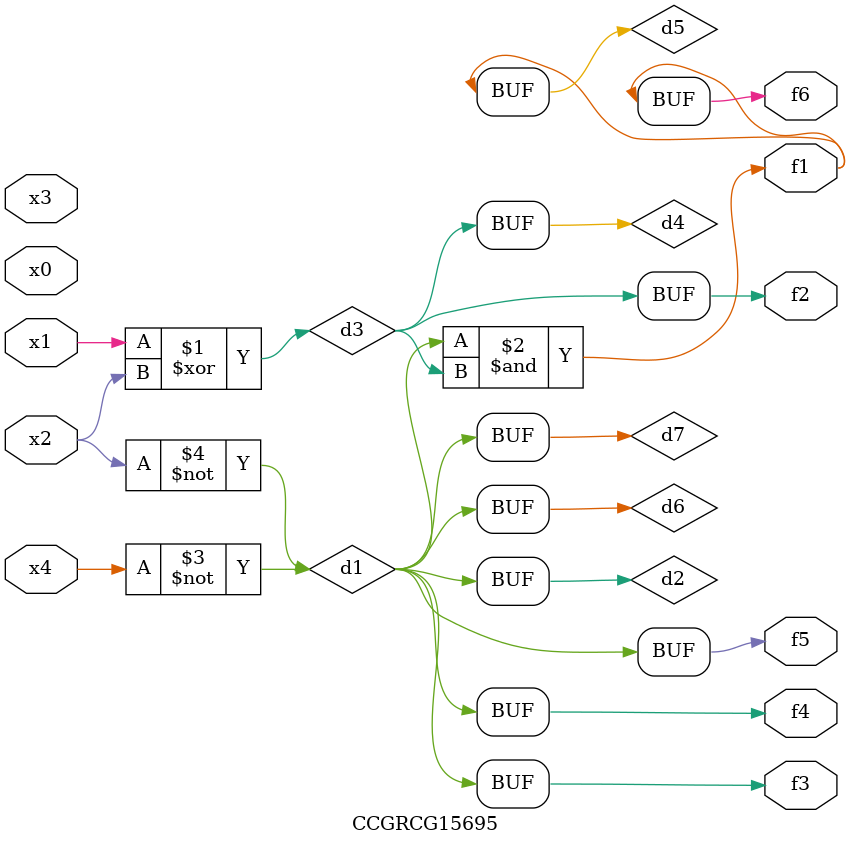
<source format=v>
module CCGRCG15695(
	input x0, x1, x2, x3, x4,
	output f1, f2, f3, f4, f5, f6
);

	wire d1, d2, d3, d4, d5, d6, d7;

	not (d1, x4);
	not (d2, x2);
	xor (d3, x1, x2);
	buf (d4, d3);
	and (d5, d1, d3);
	buf (d6, d1, d2);
	buf (d7, d2);
	assign f1 = d5;
	assign f2 = d4;
	assign f3 = d7;
	assign f4 = d7;
	assign f5 = d7;
	assign f6 = d5;
endmodule

</source>
